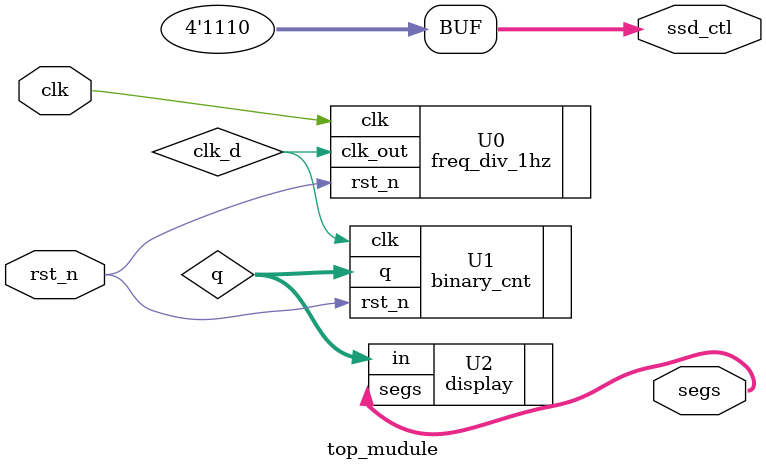
<source format=v>
`timescale 1ns / 1ps


module top_mudule(
    input clk,
    input rst_n,
    output [7:0]segs,
    output [3:0]ssd_ctl
    );
    wire clk_d;
    wire [3:0]q;
    
// frequency divider(1Hz)
freq_div_1hz U0(
    .clk(clk),
    .rst_n(rst_n),
    .clk_out(clk_d)
);

// binary counter
binary_cnt U1(
    .clk(clk_d),
    .rst_n(rst_n),
    .q(q)
);

// binary to 7-segment display
display U2(
    .in(q),
    .segs(segs)
);
    
assign ssd_ctl[3] = 1;
assign ssd_ctl[2] = 1;
assign ssd_ctl[1] = 1;
assign ssd_ctl[0] = 0;

endmodule

</source>
